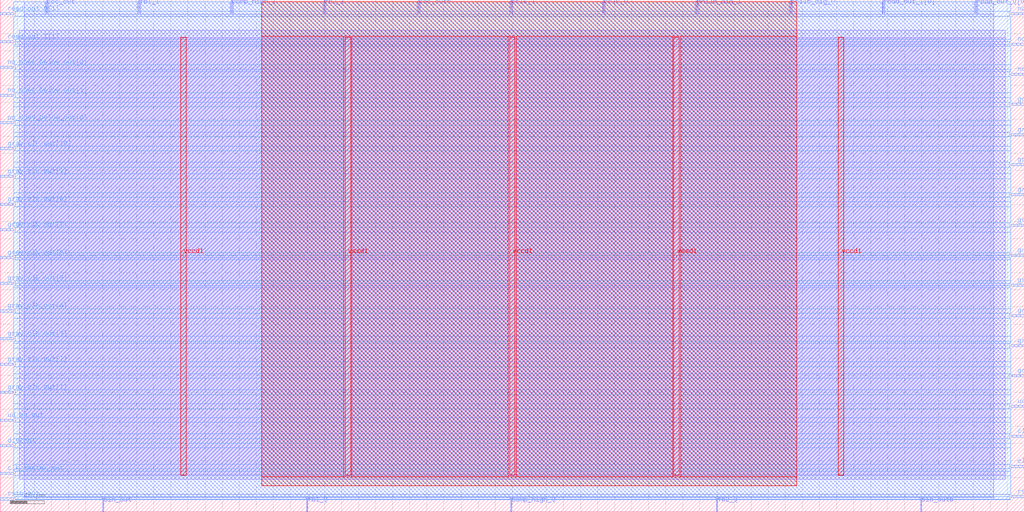
<source format=lef>
VERSION 5.7 ;
  NOWIREEXTENSIONATPIN ON ;
  DIVIDERCHAR "/" ;
  BUSBITCHARS "[]" ;
MACRO wrapper_cell
  CLASS BLOCK ;
  FOREIGN wrapper_cell ;
  ORIGIN 0.000 0.000 ;
  SIZE 300.000 BY 150.000 ;
  PIN cclk_I
    DIRECTION OUTPUT TRISTATE ;
    USE SIGNAL ;
    PORT
      LAYER met2 ;
        RECT 149.590 146.000 149.870 150.000 ;
    END
  END cclk_I
  PIN cclk_Q
    DIRECTION OUTPUT TRISTATE ;
    USE SIGNAL ;
    PORT
      LAYER met2 ;
        RECT 176.730 146.000 177.010 150.000 ;
    END
  END cclk_Q
  PIN clk_master
    DIRECTION INPUT ;
    USE SIGNAL ;
    PORT
      LAYER met3 ;
        RECT 296.000 12.960 300.000 13.560 ;
    END
  END clk_master
  PIN clk_master_out
    DIRECTION OUTPUT TRISTATE ;
    USE SIGNAL ;
    PORT
      LAYER met3 ;
        RECT 0.000 10.920 4.000 11.520 ;
    END
  END clk_master_out
  PIN clkdiv2
    DIRECTION INPUT ;
    USE SIGNAL ;
    PORT
      LAYER met3 ;
        RECT 296.000 21.800 300.000 22.400 ;
    END
  END clkdiv2
  PIN comp_high_I
    DIRECTION INPUT ;
    USE SIGNAL ;
    PORT
      LAYER met2 ;
        RECT 67.710 146.000 67.990 150.000 ;
    END
  END comp_high_I
  PIN comp_high_Q
    DIRECTION INPUT ;
    USE SIGNAL ;
    PORT
      LAYER met2 ;
        RECT 149.590 0.000 149.870 4.000 ;
    END
  END comp_high_Q
  PIN cos_out
    DIRECTION OUTPUT TRISTATE ;
    USE SIGNAL ;
    PORT
      LAYER met2 ;
        RECT 13.430 146.000 13.710 150.000 ;
    END
  END cos_out
  PIN cos_outb
    DIRECTION OUTPUT TRISTATE ;
    USE SIGNAL ;
    PORT
      LAYER met2 ;
        RECT 122.450 146.000 122.730 150.000 ;
    END
  END cos_outb
  PIN div2out
    DIRECTION OUTPUT TRISTATE ;
    USE SIGNAL ;
    PORT
      LAYER met3 ;
        RECT 0.000 19.080 4.000 19.680 ;
    END
  END div2out
  PIN fb1_I
    DIRECTION OUTPUT TRISTATE ;
    USE SIGNAL ;
    PORT
      LAYER met2 ;
        RECT 40.570 146.000 40.850 150.000 ;
    END
  END fb1_I
  PIN fb1_Q
    DIRECTION OUTPUT TRISTATE ;
    USE SIGNAL ;
    PORT
      LAYER met2 ;
        RECT 89.790 0.000 90.070 4.000 ;
    END
  END fb1_Q
  PIN fb2_I
    DIRECTION OUTPUT TRISTATE ;
    USE SIGNAL ;
    PORT
      LAYER met2 ;
        RECT 94.850 146.000 95.130 150.000 ;
    END
  END fb2_I
  PIN fb2_Q
    DIRECTION OUTPUT TRISTATE ;
    USE SIGNAL ;
    PORT
      LAYER met2 ;
        RECT 209.850 0.000 210.130 4.000 ;
    END
  END fb2_Q
  PIN gray_clk_in[0]
    DIRECTION INPUT ;
    USE SIGNAL ;
    PORT
      LAYER met3 ;
        RECT 296.000 39.480 300.000 40.080 ;
    END
  END gray_clk_in[0]
  PIN gray_clk_in[1]
    DIRECTION INPUT ;
    USE SIGNAL ;
    PORT
      LAYER met3 ;
        RECT 296.000 48.320 300.000 48.920 ;
    END
  END gray_clk_in[1]
  PIN gray_clk_in[2]
    DIRECTION INPUT ;
    USE SIGNAL ;
    PORT
      LAYER met3 ;
        RECT 296.000 57.160 300.000 57.760 ;
    END
  END gray_clk_in[2]
  PIN gray_clk_in[3]
    DIRECTION INPUT ;
    USE SIGNAL ;
    PORT
      LAYER met3 ;
        RECT 296.000 66.000 300.000 66.600 ;
    END
  END gray_clk_in[3]
  PIN gray_clk_in[4]
    DIRECTION INPUT ;
    USE SIGNAL ;
    PORT
      LAYER met3 ;
        RECT 296.000 74.840 300.000 75.440 ;
    END
  END gray_clk_in[4]
  PIN gray_clk_in[5]
    DIRECTION INPUT ;
    USE SIGNAL ;
    PORT
      LAYER met3 ;
        RECT 296.000 83.680 300.000 84.280 ;
    END
  END gray_clk_in[5]
  PIN gray_clk_in[6]
    DIRECTION INPUT ;
    USE SIGNAL ;
    PORT
      LAYER met3 ;
        RECT 296.000 92.520 300.000 93.120 ;
    END
  END gray_clk_in[6]
  PIN gray_clk_in[7]
    DIRECTION INPUT ;
    USE SIGNAL ;
    PORT
      LAYER met3 ;
        RECT 296.000 101.360 300.000 101.960 ;
    END
  END gray_clk_in[7]
  PIN gray_clk_in[8]
    DIRECTION INPUT ;
    USE SIGNAL ;
    PORT
      LAYER met3 ;
        RECT 296.000 110.200 300.000 110.800 ;
    END
  END gray_clk_in[8]
  PIN gray_clk_in[9]
    DIRECTION INPUT ;
    USE SIGNAL ;
    PORT
      LAYER met3 ;
        RECT 296.000 119.040 300.000 119.640 ;
    END
  END gray_clk_in[9]
  PIN gray_clk_out[10]
    DIRECTION OUTPUT TRISTATE ;
    USE SIGNAL ;
    PORT
      LAYER met3 ;
        RECT 0.000 106.120 4.000 106.720 ;
    END
  END gray_clk_out[10]
  PIN gray_clk_out[1]
    DIRECTION OUTPUT TRISTATE ;
    USE SIGNAL ;
    PORT
      LAYER met3 ;
        RECT 0.000 34.720 4.000 35.320 ;
    END
  END gray_clk_out[1]
  PIN gray_clk_out[2]
    DIRECTION OUTPUT TRISTATE ;
    USE SIGNAL ;
    PORT
      LAYER met3 ;
        RECT 0.000 42.880 4.000 43.480 ;
    END
  END gray_clk_out[2]
  PIN gray_clk_out[3]
    DIRECTION OUTPUT TRISTATE ;
    USE SIGNAL ;
    PORT
      LAYER met3 ;
        RECT 0.000 50.360 4.000 50.960 ;
    END
  END gray_clk_out[3]
  PIN gray_clk_out[4]
    DIRECTION OUTPUT TRISTATE ;
    USE SIGNAL ;
    PORT
      LAYER met3 ;
        RECT 0.000 58.520 4.000 59.120 ;
    END
  END gray_clk_out[4]
  PIN gray_clk_out[5]
    DIRECTION OUTPUT TRISTATE ;
    USE SIGNAL ;
    PORT
      LAYER met3 ;
        RECT 0.000 66.680 4.000 67.280 ;
    END
  END gray_clk_out[5]
  PIN gray_clk_out[6]
    DIRECTION OUTPUT TRISTATE ;
    USE SIGNAL ;
    PORT
      LAYER met3 ;
        RECT 0.000 74.160 4.000 74.760 ;
    END
  END gray_clk_out[6]
  PIN gray_clk_out[7]
    DIRECTION OUTPUT TRISTATE ;
    USE SIGNAL ;
    PORT
      LAYER met3 ;
        RECT 0.000 82.320 4.000 82.920 ;
    END
  END gray_clk_out[7]
  PIN gray_clk_out[8]
    DIRECTION OUTPUT TRISTATE ;
    USE SIGNAL ;
    PORT
      LAYER met3 ;
        RECT 0.000 89.800 4.000 90.400 ;
    END
  END gray_clk_out[8]
  PIN gray_clk_out[9]
    DIRECTION OUTPUT TRISTATE ;
    USE SIGNAL ;
    PORT
      LAYER met3 ;
        RECT 0.000 97.960 4.000 98.560 ;
    END
  END gray_clk_out[9]
  PIN no_ones_below_in[0]
    DIRECTION INPUT ;
    USE SIGNAL ;
    PORT
      LAYER met3 ;
        RECT 296.000 127.880 300.000 128.480 ;
    END
  END no_ones_below_in[0]
  PIN no_ones_below_in[1]
    DIRECTION INPUT ;
    USE SIGNAL ;
    PORT
      LAYER met3 ;
        RECT 296.000 136.720 300.000 137.320 ;
    END
  END no_ones_below_in[1]
  PIN no_ones_below_in[2]
    DIRECTION INPUT ;
    USE SIGNAL ;
    PORT
      LAYER met3 ;
        RECT 296.000 145.560 300.000 146.160 ;
    END
  END no_ones_below_in[2]
  PIN no_ones_below_out[0]
    DIRECTION OUTPUT TRISTATE ;
    USE SIGNAL ;
    PORT
      LAYER met3 ;
        RECT 0.000 113.600 4.000 114.200 ;
    END
  END no_ones_below_out[0]
  PIN no_ones_below_out[1]
    DIRECTION OUTPUT TRISTATE ;
    USE SIGNAL ;
    PORT
      LAYER met3 ;
        RECT 0.000 121.760 4.000 122.360 ;
    END
  END no_ones_below_out[1]
  PIN no_ones_below_out[2]
    DIRECTION OUTPUT TRISTATE ;
    USE SIGNAL ;
    PORT
      LAYER met3 ;
        RECT 0.000 129.920 4.000 130.520 ;
    END
  END no_ones_below_out[2]
  PIN phi1b_dig_I
    DIRECTION INPUT ;
    USE SIGNAL ;
    PORT
      LAYER met2 ;
        RECT 203.870 146.000 204.150 150.000 ;
    END
  END phi1b_dig_I
  PIN phi1b_dig_Q
    DIRECTION INPUT ;
    USE SIGNAL ;
    PORT
      LAYER met2 ;
        RECT 231.470 146.000 231.750 150.000 ;
    END
  END phi1b_dig_Q
  PIN read_out_I[0]
    DIRECTION OUTPUT TRISTATE ;
    USE SIGNAL ;
    PORT
      LAYER met2 ;
        RECT 258.610 146.000 258.890 150.000 ;
    END
  END read_out_I[0]
  PIN read_out_I[1]
    DIRECTION OUTPUT TRISTATE ;
    USE SIGNAL ;
    PORT
      LAYER met3 ;
        RECT 0.000 137.400 4.000 138.000 ;
    END
  END read_out_I[1]
  PIN read_out_Q[0]
    DIRECTION OUTPUT TRISTATE ;
    USE SIGNAL ;
    PORT
      LAYER met2 ;
        RECT 285.750 146.000 286.030 150.000 ;
    END
  END read_out_Q[0]
  PIN read_out_Q[1]
    DIRECTION OUTPUT TRISTATE ;
    USE SIGNAL ;
    PORT
      LAYER met3 ;
        RECT 0.000 145.560 4.000 146.160 ;
    END
  END read_out_Q[1]
  PIN rstb
    DIRECTION INPUT ;
    USE SIGNAL ;
    PORT
      LAYER met3 ;
        RECT 296.000 4.120 300.000 4.720 ;
    END
  END rstb
  PIN rstb_out
    DIRECTION OUTPUT TRISTATE ;
    USE SIGNAL ;
    PORT
      LAYER met3 ;
        RECT 0.000 3.440 4.000 4.040 ;
    END
  END rstb_out
  PIN sin_out
    DIRECTION OUTPUT TRISTATE ;
    USE SIGNAL ;
    PORT
      LAYER met2 ;
        RECT 29.990 0.000 30.270 4.000 ;
    END
  END sin_out
  PIN sin_outb
    DIRECTION OUTPUT TRISTATE ;
    USE SIGNAL ;
    PORT
      LAYER met2 ;
        RECT 269.650 0.000 269.930 4.000 ;
    END
  END sin_outb
  PIN ud_en
    DIRECTION INPUT ;
    USE SIGNAL ;
    PORT
      LAYER met3 ;
        RECT 296.000 30.640 300.000 31.240 ;
    END
  END ud_en
  PIN ud_en_out
    DIRECTION OUTPUT TRISTATE ;
    USE SIGNAL ;
    PORT
      LAYER met3 ;
        RECT 0.000 26.560 4.000 27.160 ;
    END
  END ud_en_out
  PIN vccd1
    DIRECTION INPUT ;
    USE POWER ;
    PORT
      LAYER met4 ;
        RECT 52.880 10.640 54.480 138.960 ;
    END
    PORT
      LAYER met4 ;
        RECT 149.200 10.640 150.800 138.960 ;
    END
    PORT
      LAYER met4 ;
        RECT 245.520 10.640 247.120 138.960 ;
    END
  END vccd1
  PIN vssd1
    DIRECTION INPUT ;
    USE GROUND ;
    PORT
      LAYER met4 ;
        RECT 101.040 10.640 102.640 138.960 ;
    END
    PORT
      LAYER met4 ;
        RECT 197.360 10.640 198.960 138.960 ;
    END
  END vssd1
  OBS
      LAYER li1 ;
        RECT 5.520 10.795 294.400 138.805 ;
      LAYER met1 ;
        RECT 5.520 9.560 294.400 141.060 ;
      LAYER met2 ;
        RECT 6.990 145.720 13.150 149.445 ;
        RECT 13.990 145.720 40.290 149.445 ;
        RECT 41.130 145.720 67.430 149.445 ;
        RECT 68.270 145.720 94.570 149.445 ;
        RECT 95.410 145.720 122.170 149.445 ;
        RECT 123.010 145.720 149.310 149.445 ;
        RECT 150.150 145.720 176.450 149.445 ;
        RECT 177.290 145.720 203.590 149.445 ;
        RECT 204.430 145.720 231.190 149.445 ;
        RECT 232.030 145.720 258.330 149.445 ;
        RECT 259.170 145.720 285.470 149.445 ;
        RECT 286.310 145.720 291.090 149.445 ;
        RECT 6.990 4.280 291.090 145.720 ;
        RECT 6.990 3.555 29.710 4.280 ;
        RECT 30.550 3.555 89.510 4.280 ;
        RECT 90.350 3.555 149.310 4.280 ;
        RECT 150.150 3.555 209.570 4.280 ;
        RECT 210.410 3.555 269.370 4.280 ;
        RECT 270.210 3.555 291.090 4.280 ;
      LAYER met3 ;
        RECT 4.000 146.560 296.000 149.425 ;
        RECT 4.400 145.160 295.600 146.560 ;
        RECT 4.000 138.400 296.000 145.160 ;
        RECT 4.400 137.720 296.000 138.400 ;
        RECT 4.400 137.000 295.600 137.720 ;
        RECT 4.000 136.320 295.600 137.000 ;
        RECT 4.000 130.920 296.000 136.320 ;
        RECT 4.400 129.520 296.000 130.920 ;
        RECT 4.000 128.880 296.000 129.520 ;
        RECT 4.000 127.480 295.600 128.880 ;
        RECT 4.000 122.760 296.000 127.480 ;
        RECT 4.400 121.360 296.000 122.760 ;
        RECT 4.000 120.040 296.000 121.360 ;
        RECT 4.000 118.640 295.600 120.040 ;
        RECT 4.000 114.600 296.000 118.640 ;
        RECT 4.400 113.200 296.000 114.600 ;
        RECT 4.000 111.200 296.000 113.200 ;
        RECT 4.000 109.800 295.600 111.200 ;
        RECT 4.000 107.120 296.000 109.800 ;
        RECT 4.400 105.720 296.000 107.120 ;
        RECT 4.000 102.360 296.000 105.720 ;
        RECT 4.000 100.960 295.600 102.360 ;
        RECT 4.000 98.960 296.000 100.960 ;
        RECT 4.400 97.560 296.000 98.960 ;
        RECT 4.000 93.520 296.000 97.560 ;
        RECT 4.000 92.120 295.600 93.520 ;
        RECT 4.000 90.800 296.000 92.120 ;
        RECT 4.400 89.400 296.000 90.800 ;
        RECT 4.000 84.680 296.000 89.400 ;
        RECT 4.000 83.320 295.600 84.680 ;
        RECT 4.400 83.280 295.600 83.320 ;
        RECT 4.400 81.920 296.000 83.280 ;
        RECT 4.000 75.840 296.000 81.920 ;
        RECT 4.000 75.160 295.600 75.840 ;
        RECT 4.400 74.440 295.600 75.160 ;
        RECT 4.400 73.760 296.000 74.440 ;
        RECT 4.000 67.680 296.000 73.760 ;
        RECT 4.400 67.000 296.000 67.680 ;
        RECT 4.400 66.280 295.600 67.000 ;
        RECT 4.000 65.600 295.600 66.280 ;
        RECT 4.000 59.520 296.000 65.600 ;
        RECT 4.400 58.160 296.000 59.520 ;
        RECT 4.400 58.120 295.600 58.160 ;
        RECT 4.000 56.760 295.600 58.120 ;
        RECT 4.000 51.360 296.000 56.760 ;
        RECT 4.400 49.960 296.000 51.360 ;
        RECT 4.000 49.320 296.000 49.960 ;
        RECT 4.000 47.920 295.600 49.320 ;
        RECT 4.000 43.880 296.000 47.920 ;
        RECT 4.400 42.480 296.000 43.880 ;
        RECT 4.000 40.480 296.000 42.480 ;
        RECT 4.000 39.080 295.600 40.480 ;
        RECT 4.000 35.720 296.000 39.080 ;
        RECT 4.400 34.320 296.000 35.720 ;
        RECT 4.000 31.640 296.000 34.320 ;
        RECT 4.000 30.240 295.600 31.640 ;
        RECT 4.000 27.560 296.000 30.240 ;
        RECT 4.400 26.160 296.000 27.560 ;
        RECT 4.000 22.800 296.000 26.160 ;
        RECT 4.000 21.400 295.600 22.800 ;
        RECT 4.000 20.080 296.000 21.400 ;
        RECT 4.400 18.680 296.000 20.080 ;
        RECT 4.000 13.960 296.000 18.680 ;
        RECT 4.000 12.560 295.600 13.960 ;
        RECT 4.000 11.920 296.000 12.560 ;
        RECT 4.400 10.520 296.000 11.920 ;
        RECT 4.000 5.120 296.000 10.520 ;
        RECT 4.000 4.440 295.600 5.120 ;
        RECT 4.400 3.720 295.600 4.440 ;
        RECT 4.400 3.575 296.000 3.720 ;
      LAYER met4 ;
        RECT 76.655 139.360 233.385 149.425 ;
        RECT 76.655 10.240 100.640 139.360 ;
        RECT 103.040 10.240 148.800 139.360 ;
        RECT 151.200 10.240 196.960 139.360 ;
        RECT 199.360 10.240 233.385 139.360 ;
        RECT 76.655 7.655 233.385 10.240 ;
  END
END wrapper_cell
END LIBRARY


</source>
